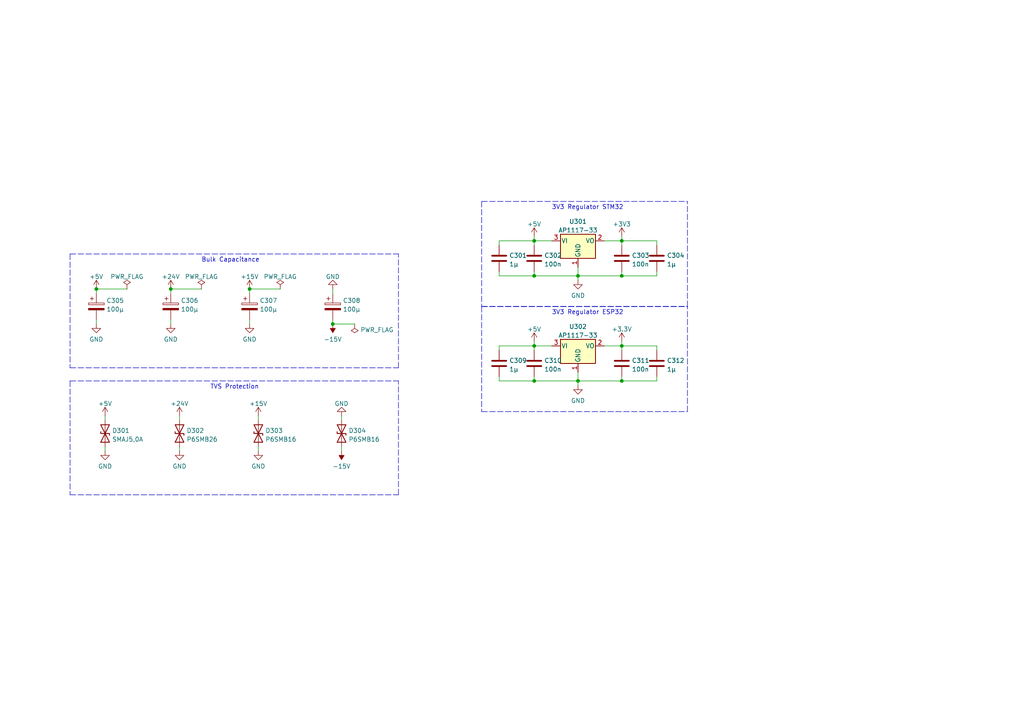
<source format=kicad_sch>
(kicad_sch (version 20211123) (generator eeschema)
  (paper "A4")
  (title_block (title "Power Section") (date "2022-11-19") (rev "V3 R1.0") (company "Synthron"))
  (lib_symbols
    (symbol "Device:C" (pin_numbers hide) (pin_names (offset 0.254))
      (property "Reference" "C" (at 0.635 2.54 0))
      (property "Value" "C" (at 0.635 -2.54 0))
      (symbol "C_0_1"
        (polyline (pts (xy -2.032 -0.762) (xy 2.032 -0.762)) (stroke (width 0.508)))
        (polyline (pts (xy -2.032 0.762) (xy 2.032 0.762)) (stroke (width 0.508)))
      )
      (symbol "C_1_1"
        (pin passive line (at 0 3.81 270) (length 2.794) (name "~") (number "1"))
        (pin passive line (at 0 -3.81 90) (length 2.794) (name "~") (number "2"))
      )
    )
    (symbol "Device:C_Polarized" (pin_numbers hide) (pin_names (offset 0.254))
      (property "Reference" "C" (at 0.635 2.54 0))
      (property "Value" "C_Polarized" (at 0.635 -2.54 0))
      (symbol "C_Polarized_0_1"
        (rectangle (start -2.286 0.508) (end 2.286 1.016))
        (polyline (pts (xy -1.778 2.286) (xy -0.762 2.286)))
        (polyline (pts (xy -1.27 2.794) (xy -1.27 1.778)))
        (rectangle (start 2.286 -0.508) (end -2.286 -1.016) (fill (type outline)))
      )
      (symbol "C_Polarized_1_1"
        (pin passive line (at 0 3.81 270) (length 2.794) (name "~") (number "1"))
        (pin passive line (at 0 -3.81 90) (length 2.794) (name "~") (number "2"))
      )
    )
    (symbol "Device:D_TVS" (pin_numbers hide) (pin_names (offset 1.016) hide)
      (property "Reference" "D" (at 0 2.54 0))
      (property "Value" "D_TVS" (at 0 -2.54 0))
      (symbol "D_TVS_0_1"
        (polyline (pts (xy 1.27 0) (xy -1.27 0)))
        (polyline (pts (xy 0.508 1.27) (xy 0 1.27) (xy 0 -1.27) (xy -0.508 -1.27)) (stroke (width 0.254)))
        (polyline (pts (xy -2.54 1.27) (xy -2.54 -1.27) (xy 2.54 1.27) (xy 2.54 -1.27) (xy -2.54 1.27)) (stroke (width 0.254)))
      )
      (symbol "D_TVS_1_1"
        (pin passive line (at -3.81 0 0) (length 2.54) (name "A1") (number "1"))
        (pin passive line (at 3.81 0 180) (length 2.54) (name "A2") (number "2"))
      )
    )
    (symbol "Regulator_Linear:AP1117-33" (pin_names (offset 0.254))
      (property "Reference" "U" (at -3.81 3.175 0))
      (property "Value" "AP1117-33" (at 0 3.175 0))
      (symbol "AP1117-33_0_1"
        (rectangle (start -5.08 -5.08) (end 5.08 1.905) (stroke (width 0.254)) (fill (type background)))
      )
      (symbol "AP1117-33_1_1"
        (pin power_in line (at 0 -7.62 90) (length 2.54) (name "GND") (number "1"))
        (pin power_out line (at 7.62 0 180) (length 2.54) (name "VO") (number "2"))
        (pin power_in line (at -7.62 0 0) (length 2.54) (name "VI") (number "3"))
      )
    )
    (symbol "power:+15V" (power) (pin_names (offset 0))
      (property "Value" "+15V" (at 0 3.556 0))
      (symbol "+15V_0_1"
        (polyline (pts (xy -0.762 1.27) (xy 0 2.54)))
        (polyline (pts (xy 0 0) (xy 0 2.54)))
        (polyline (pts (xy 0 2.54) (xy 0.762 1.27)))
      )
      (symbol "+15V_1_1"
        (pin power_in line (at 0 0 90) (length 0) hide (name "+15V") (number "1"))
      )
    )
    (symbol "power:+24V" (power) (pin_names (offset 0))
      (property "Value" "+24V" (at 0 3.556 0))
      (symbol "+24V_0_1"
        (polyline (pts (xy -0.762 1.27) (xy 0 2.54)))
        (polyline (pts (xy 0 0) (xy 0 2.54)))
        (polyline (pts (xy 0 2.54) (xy 0.762 1.27)))
      )
      (symbol "+24V_1_1"
        (pin power_in line (at 0 0 90) (length 0) hide (name "+24V") (number "1"))
      )
    )
    (symbol "power:+3.3V" (power) (pin_names (offset 0))
      (property "Value" "+3.3V" (at 0 3.556 0))
      (symbol "+3.3V_0_1"
        (polyline (pts (xy -0.762 1.27) (xy 0 2.54)))
        (polyline (pts (xy 0 0) (xy 0 2.54)))
        (polyline (pts (xy 0 2.54) (xy 0.762 1.27)))
      )
      (symbol "+3.3V_1_1"
        (pin power_in line (at 0 0 90) (length 0) hide (name "+3.3V") (number "1"))
      )
    )
    (symbol "power:+3V3" (power) (pin_names (offset 0))
      (property "Value" "+3V3" (at 0 3.556 0))
      (symbol "+3V3_0_1"
        (polyline (pts (xy -0.762 1.27) (xy 0 2.54)))
        (polyline (pts (xy 0 0) (xy 0 2.54)))
        (polyline (pts (xy 0 2.54) (xy 0.762 1.27)))
      )
      (symbol "+3V3_1_1"
        (pin power_in line (at 0 0 90) (length 0) hide (name "+3V3") (number "1"))
      )
    )
    (symbol "power:+5V" (power) (pin_names (offset 0))
      (property "Value" "+5V" (at 0 3.556 0))
      (symbol "+5V_0_1"
        (polyline (pts (xy -0.762 1.27) (xy 0 2.54)))
        (polyline (pts (xy 0 0) (xy 0 2.54)))
        (polyline (pts (xy 0 2.54) (xy 0.762 1.27)))
      )
      (symbol "+5V_1_1"
        (pin power_in line (at 0 0 90) (length 0) hide (name "+5V") (number "1"))
      )
    )
    (symbol "power:-15V" (power) (pin_names (offset 0))
      (property "Value" "-15V" (at 0 3.81 0))
      (symbol "-15V_0_0"
        (pin power_in line (at 0 0 90) (length 0) hide (name "-15V") (number "1"))
      )
      (symbol "-15V_0_1"
        (polyline (pts (xy 0 0) (xy 0 1.27) (xy 0.762 1.27) (xy 0 2.54) (xy -0.762 1.27) (xy 0 1.27)) (fill (type outline)))
      )
    )
    (symbol "power:GND" (power) (pin_names (offset 0))
      (property "Value" "GND" (at 0 -3.81 0))
      (symbol "GND_0_1"
        (polyline (pts (xy 0 0) (xy 0 -1.27) (xy 1.27 -1.27) (xy 0 -2.54) (xy -1.27 -1.27) (xy 0 -1.27)))
      )
      (symbol "GND_1_1"
        (pin power_in line (at 0 0 270) (length 0) hide (name "GND") (number "1"))
      )
    )
    (symbol "power:PWR_FLAG" (power) (pin_numbers hide) (pin_names (offset 0) hide)
      (property "Value" "PWR_FLAG" (at 0 3.81 0))
      (symbol "PWR_FLAG_0_0"
        (pin power_out line (at 0 0 90) (length 0) (name "pwr") (number "1"))
      )
      (symbol "PWR_FLAG_0_1"
        (polyline (pts (xy 0 0) (xy 0 1.27) (xy -1.016 1.905) (xy 0 2.54) (xy 1.016 1.905) (xy 0 1.27)))
      )
    )
  )
  (junction (at 167.64 110.49))
  (junction (at 27.94 83.82))
  (junction (at 154.94 80.01))
  (junction (at 180.34 100.33))
  (junction (at 154.94 110.49))
  (junction (at 72.39 83.82))
  (junction (at 49.53 83.82))
  (junction (at 154.94 100.33))
  (junction (at 167.64 80.01))
  (junction (at 154.94 69.85))
  (junction (at 180.34 69.85))
  (junction (at 180.34 110.49))
  (junction (at 180.34 80.01))
  (junction (at 96.52 93.98))
  (wire (pts (xy 154.94 110.49) (xy 167.64 110.49)))
  (polyline (pts (xy 139.7 119.38) (xy 199.39 119.38)))
  (wire (pts (xy 167.64 107.95) (xy 167.64 110.49)))
  (wire (pts (xy 27.94 83.82) (xy 36.83 83.82)))
  (wire (pts (xy 180.34 69.85) (xy 180.34 71.12)))
  (wire (pts (xy 154.94 99.06) (xy 154.94 100.33)))
  (polyline (pts (xy 20.32 110.49) (xy 115.57 110.49)))
  (wire (pts (xy 49.53 92.71) (xy 49.53 93.98)))
  (wire (pts (xy 190.5 69.85) (xy 180.34 69.85)))
  (wire (pts (xy 190.5 101.6) (xy 190.5 100.33)))
  (wire (pts (xy 190.5 80.01) (xy 190.5 78.74)))
  (wire (pts (xy 154.94 78.74) (xy 154.94 80.01)))
  (polyline (pts (xy 20.32 73.66) (xy 115.57 73.66)))
  (wire (pts (xy 49.53 83.82) (xy 49.53 85.09)))
  (wire (pts (xy 167.64 110.49) (xy 180.34 110.49)))
  (wire (pts (xy 167.64 77.47) (xy 167.64 80.01)))
  (wire (pts (xy 72.39 83.82) (xy 81.28 83.82)))
  (polyline (pts (xy 199.39 119.38) (xy 199.39 88.9)))
  (wire (pts (xy 72.39 92.71) (xy 72.39 93.98)))
  (polyline (pts (xy 139.7 88.9) (xy 199.39 88.9)))
  (polyline (pts (xy 139.7 58.42) (xy 199.39 58.42)))
  (wire (pts (xy 160.02 100.33) (xy 154.94 100.33)))
  (wire (pts (xy 180.34 100.33) (xy 180.34 101.6)))
  (wire (pts (xy 180.34 109.22) (xy 180.34 110.49)))
  (wire (pts (xy 154.94 69.85) (xy 154.94 71.12)))
  (wire (pts (xy 154.94 69.85) (xy 144.78 69.85)))
  (wire (pts (xy 144.78 110.49) (xy 154.94 110.49)))
  (polyline (pts (xy 115.57 143.51) (xy 115.57 110.49)))
  (wire (pts (xy 190.5 110.49) (xy 190.5 109.22)))
  (wire (pts (xy 144.78 78.74) (xy 144.78 80.01)))
  (wire (pts (xy 96.52 83.82) (xy 96.52 85.09)))
  (polyline (pts (xy 115.57 106.68) (xy 115.57 73.66)))
  (wire (pts (xy 96.52 92.71) (xy 96.52 93.98)))
  (wire (pts (xy 180.34 78.74) (xy 180.34 80.01)))
  (wire (pts (xy 72.39 83.82) (xy 72.39 85.09)))
  (wire (pts (xy 30.48 129.54) (xy 30.48 130.81)))
  (wire (pts (xy 74.93 129.54) (xy 74.93 130.81)))
  (wire (pts (xy 154.94 100.33) (xy 154.94 101.6)))
  (wire (pts (xy 180.34 110.49) (xy 190.5 110.49)))
  (wire (pts (xy 180.34 100.33) (xy 180.34 99.06)))
  (wire (pts (xy 144.78 69.85) (xy 144.78 71.12)))
  (polyline (pts (xy 199.39 88.9) (xy 199.39 58.42)))
  (wire (pts (xy 180.34 80.01) (xy 190.5 80.01)))
  (polyline (pts (xy 20.32 73.66) (xy 20.32 106.68)))
  (wire (pts (xy 175.26 69.85) (xy 180.34 69.85)))
  (wire (pts (xy 154.94 109.22) (xy 154.94 110.49)))
  (polyline (pts (xy 20.32 110.49) (xy 20.32 143.51)))
  (wire (pts (xy 52.07 129.54) (xy 52.07 130.81)))
  (wire (pts (xy 74.93 120.65) (xy 74.93 121.92)))
  (wire (pts (xy 154.94 100.33) (xy 144.78 100.33)))
  (wire (pts (xy 154.94 68.58) (xy 154.94 69.85)))
  (wire (pts (xy 167.64 110.49) (xy 167.64 111.76)))
  (wire (pts (xy 99.06 129.54) (xy 99.06 130.81)))
  (wire (pts (xy 144.78 80.01) (xy 154.94 80.01)))
  (polyline (pts (xy 139.7 58.42) (xy 139.7 88.9)))
  (wire (pts (xy 27.94 83.82) (xy 27.94 85.09)))
  (polyline (pts (xy 139.7 88.9) (xy 139.7 119.38)))
  (wire (pts (xy 99.06 120.65) (xy 99.06 121.92)))
  (wire (pts (xy 52.07 120.65) (xy 52.07 121.92)))
  (wire (pts (xy 190.5 71.12) (xy 190.5 69.85)))
  (wire (pts (xy 144.78 109.22) (xy 144.78 110.49)))
  (wire (pts (xy 96.52 93.98) (xy 102.87 93.98)))
  (wire (pts (xy 190.5 100.33) (xy 180.34 100.33)))
  (wire (pts (xy 30.48 120.65) (xy 30.48 121.92)))
  (wire (pts (xy 160.02 69.85) (xy 154.94 69.85)))
  (wire (pts (xy 175.26 100.33) (xy 180.34 100.33)))
  (wire (pts (xy 27.94 92.71) (xy 27.94 93.98)))
  (polyline (pts (xy 20.32 106.68) (xy 115.57 106.68)))
  (wire (pts (xy 144.78 100.33) (xy 144.78 101.6)))
  (polyline (pts (xy 139.7 88.9) (xy 199.39 88.9)))
  (polyline (pts (xy 20.32 143.51) (xy 115.57 143.51)))
  (wire (pts (xy 167.64 80.01) (xy 180.34 80.01)))
  (wire (pts (xy 180.34 69.85) (xy 180.34 68.58)))
  (wire (pts (xy 49.53 83.82) (xy 58.42 83.82)))
  (wire (pts (xy 154.94 80.01) (xy 167.64 80.01)))
  (wire (pts (xy 167.64 80.01) (xy 167.64 81.28)))
  (text "Bulk Capacitance" (at 58.42 76.2 0) (effects (font (size 1.27 1.27)) (justify left bottom)))
  (text "3V3 Regulator ESP32" (at 160.02 91.44 0) (effects (font (size 1.27 1.27)) (justify left bottom)))
  (text "3V3 Regulator STM32" (at 160.02 60.96 0) (effects (font (size 1.27 1.27)) (justify left bottom)))
  (text "TVS Protection\n" (at 60.96 113.03 0) (effects (font (size 1.27 1.27)) (justify left bottom)))
  (symbol (lib_id "power:+3V3") (at 180.34 68.58 0) (unit 1)
    (property "Reference" "#PWR0302" (effects hide))
    (property "Value" "+3V3" (at 180.34 65.0042 0))
  )
  (symbol (lib_id "Device:C") (at 144.78 105.41 0) (unit 1)
    (property "Reference" "C309" (at 147.701 104.5753 0) (effects (justify left)))
    (property "Value" "1µ" (at 147.701 107.1122 0) (effects (justify left)))
    (property "Footprint" "Capacitor_SMD:C_0805_2012Metric" (effects hide))
  )
  (symbol (lib_id "Device:C_Polarized") (at 27.94 88.9 0) (unit 1)
    (property "Reference" "C305" (at 30.861 87.1763 0) (effects (justify left)))
    (property "Value" "100µ" (at 30.861 89.7132 0) (effects (justify left)))
    (property "Footprint" "Capacitor_THT:CP_Radial_D8.0mm_P5.00mm" (effects hide))
  )
  (symbol (lib_id "Device:C") (at 190.5 105.41 0) (unit 1)
    (property "Reference" "C312" (at 193.421 104.5753 0) (effects (justify left)))
    (property "Value" "1µ" (at 193.421 107.1122 0) (effects (justify left)))
    (property "Footprint" "Capacitor_SMD:C_0805_2012Metric" (effects hide))
  )
  (symbol (lib_id "Device:C") (at 154.94 74.93 0) (unit 1)
    (property "Reference" "C302" (at 157.861 74.0953 0) (effects (justify left)))
    (property "Value" "100n" (at 157.861 76.6322 0) (effects (justify left)))
    (property "Footprint" "Capacitor_SMD:C_0805_2012Metric" (effects hide))
  )
  (symbol (lib_id "power:PWR_FLAG") (at 36.83 83.82 0) (unit 1)
    (property "Reference" "#FLG0302" (effects hide))
    (property "Value" "PWR_FLAG" (at 36.83 80.2442 0))
  )
  (symbol (lib_id "power:+5V") (at 154.94 99.06 0) (unit 1)
    (property "Reference" "#PWR0312" (effects hide))
    (property "Value" "+5V" (at 154.94 95.4842 0))
  )
  (symbol (lib_id "Device:C_Polarized") (at 49.53 88.9 0) (unit 1)
    (property "Reference" "C306" (at 52.451 87.1763 0) (effects (justify left)))
    (property "Value" "100µ" (at 52.451 89.7132 0) (effects (justify left)))
    (property "Footprint" "Capacitor_THT:CP_Radial_D8.0mm_P5.00mm" (effects hide))
  )
  (symbol (lib_id "Regulator_Linear:AP1117-33") (at 167.64 100.33 0) (unit 1)
    (property "Reference" "U302" (at 167.64 94.7252 0))
    (property "Value" "AP1117-33" (at 167.64 97.2621 0))
    (property "Footprint" "Package_TO_SOT_SMD:SOT-223-3_TabPin2" (effects hide))
    (property "Datasheet" "http://www.diodes.com/datasheets/AP1117.pdf" (effects hide))
  )
  (symbol (lib_id "power:GND") (at 96.52 83.82 180) (unit 1)
    (property "Reference" "#PWR0307" (effects hide))
    (property "Value" "GND" (at 96.52 80.2442 0))
  )
  (symbol (lib_id "Device:C_Polarized") (at 96.52 88.9 0) (unit 1)
    (property "Reference" "C308" (at 99.441 87.1763 0) (effects (justify left)))
    (property "Value" "100µ" (at 99.441 89.7132 0) (effects (justify left)))
    (property "Footprint" "Capacitor_THT:CP_Radial_D8.0mm_P5.00mm" (effects hide))
  )
  (symbol (lib_id "power:PWR_FLAG") (at 58.42 83.82 0) (unit 1)
    (property "Reference" "#FLG0303" (effects hide))
    (property "Value" "PWR_FLAG" (at 58.42 80.2442 0))
  )
  (symbol (lib_id "power:GND") (at 72.39 93.98 0) (unit 1)
    (property "Reference" "#PWR0310" (effects hide))
    (property "Value" "GND" (at 72.39 98.4234 0))
  )
  (symbol (lib_id "power:GND") (at 167.64 111.76 0) (unit 1)
    (property "Reference" "#PWR0314" (effects hide))
    (property "Value" "GND" (at 167.64 116.2034 0))
  )
  (symbol (lib_id "power:+24V") (at 52.07 120.65 0) (unit 1)
    (property "Reference" "#PWR0316" (effects hide))
    (property "Value" "+24V" (at 52.07 117.0742 0))
  )
  (symbol (lib_id "Device:D_TVS") (at 99.06 125.73 90) (unit 1)
    (property "Reference" "D304" (at 101.092 124.8953 90) (effects (justify right)))
    (property "Value" "P6SMB16" (at 101.092 127.4322 90) (effects (justify right)))
    (property "Footprint" "Diode_SMD:D_SMA" (effects hide))
  )
  (symbol (lib_id "Device:D_TVS") (at 74.93 125.73 90) (unit 1)
    (property "Reference" "D303" (at 76.962 124.8953 90) (effects (justify right)))
    (property "Value" "P6SMB16" (at 76.962 127.4322 90) (effects (justify right)))
    (property "Footprint" "Diode_SMD:D_SMA" (effects hide))
  )
  (symbol (lib_id "power:GND") (at 99.06 120.65 180) (unit 1)
    (property "Reference" "#PWR0318" (effects hide))
    (property "Value" "GND" (at 99.06 117.0742 0))
  )
  (symbol (lib_id "Device:D_TVS") (at 30.48 125.73 90) (unit 1)
    (property "Reference" "D301" (at 32.512 124.8953 90) (effects (justify right)))
    (property "Value" "SMAJ5,0A" (at 32.512 127.4322 90) (effects (justify right)))
    (property "Footprint" "Diode_SMD:D_SMA" (effects hide))
  )
  (symbol (lib_id "power:+24V") (at 49.53 83.82 0) (unit 1)
    (property "Reference" "#PWR0305" (effects hide))
    (property "Value" "+24V" (at 49.53 80.2442 0))
  )
  (symbol (lib_id "Device:C") (at 190.5 74.93 0) (unit 1)
    (property "Reference" "C304" (at 193.421 74.0953 0) (effects (justify left)))
    (property "Value" "1µ" (at 193.421 76.6322 0) (effects (justify left)))
    (property "Footprint" "Capacitor_SMD:C_0805_2012Metric" (effects hide))
  )
  (symbol (lib_id "power:+15V") (at 74.93 120.65 0) (unit 1)
    (property "Reference" "#PWR0317" (effects hide))
    (property "Value" "+15V" (at 74.93 117.0742 0))
  )
  (symbol (lib_id "power:-15V") (at 99.06 130.81 180) (unit 1)
    (property "Reference" "#PWR0322" (effects hide))
    (property "Value" "-15V" (at 99.06 135.2534 0))
  )
  (symbol (lib_id "Device:C") (at 180.34 74.93 0) (unit 1)
    (property "Reference" "C303" (at 183.261 74.0953 0) (effects (justify left)))
    (property "Value" "100n" (at 183.261 76.6322 0) (effects (justify left)))
    (property "Footprint" "Capacitor_SMD:C_0805_2012Metric" (effects hide))
  )
  (symbol (lib_id "power:+3.3V") (at 180.34 99.06 0) (unit 1)
    (property "Reference" "#PWR0313" (effects hide))
    (property "Value" "+3.3V" (at 180.34 95.4842 0))
  )
  (symbol (lib_id "power:PWR_FLAG") (at 102.87 93.98 180) (unit 1)
    (property "Reference" "#FLG0305" (effects hide))
    (property "Value" "PWR_FLAG" (at 104.521 95.6838 0) (effects (justify right)))
  )
  (symbol (lib_id "Device:D_TVS") (at 52.07 125.73 90) (unit 1)
    (property "Reference" "D302" (at 54.102 124.8953 90) (effects (justify right)))
    (property "Value" "P6SMB26" (at 54.102 127.4322 90) (effects (justify right)))
    (property "Footprint" "Diode_SMD:D_SMA" (effects hide))
  )
  (symbol (lib_id "Device:C") (at 154.94 105.41 0) (unit 1)
    (property "Reference" "C310" (at 157.861 104.5753 0) (effects (justify left)))
    (property "Value" "100n" (at 157.861 107.1122 0) (effects (justify left)))
    (property "Footprint" "Capacitor_SMD:C_0805_2012Metric" (effects hide))
  )
  (symbol (lib_id "power:+5V") (at 154.94 68.58 0) (unit 1)
    (property "Reference" "#PWR0301" (effects hide))
    (property "Value" "+5V" (at 154.94 65.0042 0))
  )
  (symbol (lib_id "power:PWR_FLAG") (at 81.28 83.82 0) (unit 1)
    (property "Reference" "#FLG0304" (effects hide))
    (property "Value" "PWR_FLAG" (at 81.28 80.2442 0))
  )
  (symbol (lib_id "power:GND") (at 27.94 93.98 0) (unit 1)
    (property "Reference" "#PWR0308" (effects hide))
    (property "Value" "GND" (at 27.94 98.4234 0))
  )
  (symbol (lib_id "Device:C") (at 180.34 105.41 0) (unit 1)
    (property "Reference" "C311" (at 183.261 104.5753 0) (effects (justify left)))
    (property "Value" "100n" (at 183.261 107.1122 0) (effects (justify left)))
    (property "Footprint" "Capacitor_SMD:C_0805_2012Metric" (effects hide))
  )
  (symbol (lib_id "power:+5V") (at 30.48 120.65 0) (unit 1)
    (property "Reference" "#PWR0315" (effects hide))
    (property "Value" "+5V" (at 30.48 117.0742 0))
  )
  (symbol (lib_id "power:GND") (at 52.07 130.81 0) (unit 1)
    (property "Reference" "#PWR0320" (effects hide))
    (property "Value" "GND" (at 52.07 135.2534 0))
  )
  (symbol (lib_id "Regulator_Linear:AP1117-33") (at 167.64 69.85 0) (unit 1)
    (property "Reference" "U301" (at 167.64 64.2452 0))
    (property "Value" "AP1117-33" (at 167.64 66.7821 0))
    (property "Footprint" "Package_TO_SOT_SMD:SOT-223-3_TabPin2" (effects hide))
    (property "Datasheet" "http://www.diodes.com/datasheets/AP1117.pdf" (effects hide))
  )
  (symbol (lib_id "power:GND") (at 74.93 130.81 0) (unit 1)
    (property "Reference" "#PWR0321" (effects hide))
    (property "Value" "GND" (at 74.93 135.2534 0))
  )
  (symbol (lib_id "power:GND") (at 167.64 81.28 0) (unit 1)
    (property "Reference" "#PWR0303" (effects hide))
    (property "Value" "GND" (at 167.64 85.7234 0))
  )
  (symbol (lib_id "power:-15V") (at 96.52 93.98 180) (unit 1)
    (property "Reference" "#PWR0311" (effects hide))
    (property "Value" "-15V" (at 96.52 98.4234 0))
  )
  (symbol (lib_id "power:GND") (at 30.48 130.81 0) (unit 1)
    (property "Reference" "#PWR0319" (effects hide))
    (property "Value" "GND" (at 30.48 135.2534 0))
  )
  (symbol (lib_id "Device:C") (at 144.78 74.93 0) (unit 1)
    (property "Reference" "C301" (at 147.701 74.0953 0) (effects (justify left)))
    (property "Value" "1µ" (at 147.701 76.6322 0) (effects (justify left)))
    (property "Footprint" "Capacitor_SMD:C_0805_2012Metric" (effects hide))
  )
  (symbol (lib_id "Device:C_Polarized") (at 72.39 88.9 0) (unit 1)
    (property "Reference" "C307" (at 75.311 87.1763 0) (effects (justify left)))
    (property "Value" "100µ" (at 75.311 89.7132 0) (effects (justify left)))
    (property "Footprint" "Capacitor_THT:CP_Radial_D8.0mm_P5.00mm" (effects hide))
  )
  (symbol (lib_id "power:+15V") (at 72.39 83.82 0) (unit 1)
    (property "Reference" "#PWR0306" (effects hide))
    (property "Value" "+15V" (at 72.39 80.2442 0))
  )
  (symbol (lib_id "power:GND") (at 49.53 93.98 0) (unit 1)
    (property "Reference" "#PWR0309" (effects hide))
    (property "Value" "GND" (at 49.53 98.4234 0))
  )
  (symbol (lib_id "power:+5V") (at 27.94 83.82 0) (unit 1)
    (property "Reference" "#PWR0304" (effects hide))
    (property "Value" "+5V" (at 27.94 80.2442 0))
  )
)
</source>
